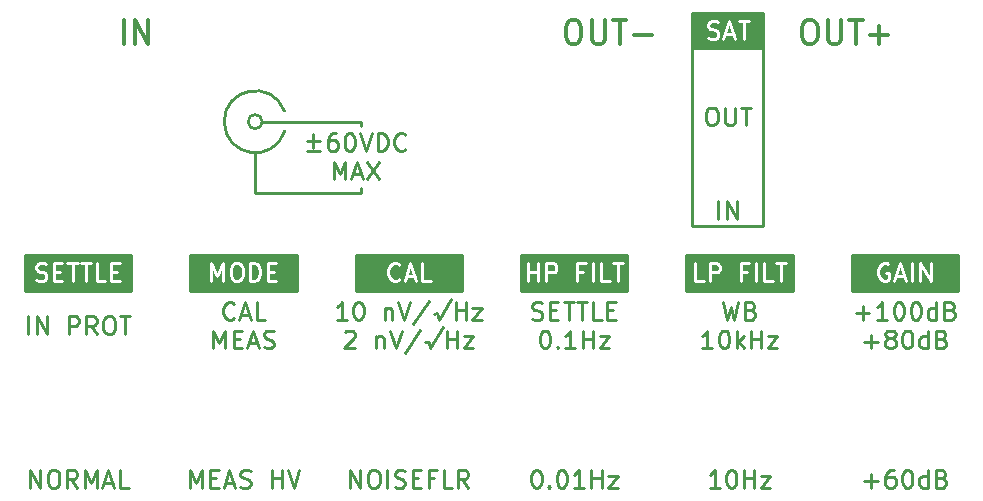
<source format=gto>
%TF.GenerationSoftware,KiCad,Pcbnew,(6.0.11)*%
%TF.CreationDate,2023-08-12T14:35:41-04:00*%
%TF.ProjectId,FP_Rev_21,46505f52-6576-45f3-9231-2e6b69636164,rev?*%
%TF.SameCoordinates,Original*%
%TF.FileFunction,Legend,Top*%
%TF.FilePolarity,Positive*%
%FSLAX46Y46*%
G04 Gerber Fmt 4.6, Leading zero omitted, Abs format (unit mm)*
G04 Created by KiCad (PCBNEW (6.0.11)) date 2023-08-12 14:35:41*
%MOMM*%
%LPD*%
G01*
G04 APERTURE LIST*
%ADD10C,0.250000*%
%ADD11C,0.300000*%
%ADD12C,3.000000*%
%ADD13C,7.500000*%
%ADD14C,5.000000*%
%ADD15C,8.000000*%
%ADD16C,0.250000*%
%ADD17C,0.250000*%
%ADD18C,0.250000*%
G04 APERTURE END LIST*
%LPD*%
%LPD*%
%LPD*%
D10*
X173000000Y-61000000D02*
X173000000Y-46000000D01*
X167000000Y-61000000D02*
X173000000Y-61000000D01*
X167000000Y-46000000D02*
X167000000Y-61000000D01*
X167000000Y-43000000D02*
X173000000Y-43000000D01*
X173000000Y-43000000D02*
X173000000Y-46000000D01*
X173000000Y-46000000D02*
X167000000Y-46000000D01*
X167000000Y-46000000D02*
X167000000Y-43000000D01*
G36*
X167000000Y-43000000D02*
G01*
X173000000Y-43000000D01*
X173000000Y-46000000D01*
X167000000Y-46000000D01*
X167000000Y-43000000D01*
G37*
X168500000Y-51008571D02*
X168785714Y-51008571D01*
X168928571Y-51080000D01*
X169071428Y-51222857D01*
X169142857Y-51508571D01*
X169142857Y-52008571D01*
X169071428Y-52294285D01*
X168928571Y-52437142D01*
X168785714Y-52508571D01*
X168500000Y-52508571D01*
X168357142Y-52437142D01*
X168214285Y-52294285D01*
X168142857Y-52008571D01*
X168142857Y-51508571D01*
X168214285Y-51222857D01*
X168357142Y-51080000D01*
X168500000Y-51008571D01*
X169785714Y-51008571D02*
X169785714Y-52222857D01*
X169857142Y-52365714D01*
X169928571Y-52437142D01*
X170071428Y-52508571D01*
X170357142Y-52508571D01*
X170500000Y-52437142D01*
X170571428Y-52365714D01*
X170642857Y-52222857D01*
X170642857Y-51008571D01*
X171142857Y-51008571D02*
X172000000Y-51008571D01*
X171571428Y-52508571D02*
X171571428Y-51008571D01*
X169214285Y-60448571D02*
X169214285Y-58948571D01*
X169928571Y-60448571D02*
X169928571Y-58948571D01*
X170785714Y-60448571D01*
X170785714Y-58948571D01*
X130000000Y-58200000D02*
X139000000Y-58200000D01*
X132469717Y-51310902D02*
G75*
G03*
X132499999Y-53000000I-2469717J-889098D01*
G01*
X166500000Y-63500000D02*
X175500000Y-63500000D01*
X175500000Y-63500000D02*
X175500000Y-66500000D01*
X175500000Y-66500000D02*
X166500000Y-66500000D01*
X166500000Y-66500000D02*
X166500000Y-63500000D01*
G36*
X166500000Y-63500000D02*
G01*
X175500000Y-63500000D01*
X175500000Y-66500000D01*
X166500000Y-66500000D01*
X166500000Y-63500000D01*
G37*
X124500000Y-63500000D02*
X133500000Y-63500000D01*
X133500000Y-63500000D02*
X133500000Y-66500000D01*
X133500000Y-66500000D02*
X124500000Y-66500000D01*
X124500000Y-66500000D02*
X124500000Y-63500000D01*
G36*
X124500000Y-63500000D02*
G01*
X133500000Y-63500000D01*
X133500000Y-66500000D01*
X124500000Y-66500000D01*
X124500000Y-63500000D01*
G37*
X110500000Y-63500000D02*
X119500000Y-63500000D01*
X119500000Y-63500000D02*
X119500000Y-66500000D01*
X119500000Y-66500000D02*
X110500000Y-66500000D01*
X110500000Y-66500000D02*
X110500000Y-63500000D01*
G36*
X110500000Y-63500000D02*
G01*
X119500000Y-63500000D01*
X119500000Y-66500000D01*
X110500000Y-66500000D01*
X110500000Y-63500000D01*
G37*
X139000000Y-58200000D02*
X139000000Y-57800000D01*
X130600000Y-52200000D02*
G75*
G03*
X130600000Y-52200000I-600000J0D01*
G01*
X130000000Y-54900000D02*
X130000000Y-58200000D01*
X180500000Y-63500000D02*
X189500000Y-63500000D01*
X189500000Y-63500000D02*
X189500000Y-66500000D01*
X189500000Y-66500000D02*
X180500000Y-66500000D01*
X180500000Y-66500000D02*
X180500000Y-63500000D01*
G36*
X180500000Y-63500000D02*
G01*
X189500000Y-63500000D01*
X189500000Y-66500000D01*
X180500000Y-66500000D01*
X180500000Y-63500000D01*
G37*
X138500000Y-63500000D02*
X147500000Y-63500000D01*
X147500000Y-63500000D02*
X147500000Y-66500000D01*
X147500000Y-66500000D02*
X138500000Y-66500000D01*
X138500000Y-66500000D02*
X138500000Y-63500000D01*
G36*
X138500000Y-63500000D02*
G01*
X147500000Y-63500000D01*
X147500000Y-66500000D01*
X138500000Y-66500000D01*
X138500000Y-63500000D01*
G37*
X130600000Y-52200000D02*
X139000000Y-52200000D01*
X152500000Y-63500000D02*
X161500000Y-63500000D01*
X161500000Y-63500000D02*
X161500000Y-66500000D01*
X161500000Y-66500000D02*
X152500000Y-66500000D01*
X152500000Y-66500000D02*
X152500000Y-63500000D01*
G36*
X152500000Y-63500000D02*
G01*
X161500000Y-63500000D01*
X161500000Y-66500000D01*
X152500000Y-66500000D01*
X152500000Y-63500000D01*
G37*
X139000000Y-52200000D02*
X139000000Y-52600000D01*
X138035714Y-83178571D02*
X138035714Y-81678571D01*
X138892857Y-83178571D01*
X138892857Y-81678571D01*
X139892857Y-81678571D02*
X140178571Y-81678571D01*
X140321428Y-81750000D01*
X140464285Y-81892857D01*
X140535714Y-82178571D01*
X140535714Y-82678571D01*
X140464285Y-82964285D01*
X140321428Y-83107142D01*
X140178571Y-83178571D01*
X139892857Y-83178571D01*
X139750000Y-83107142D01*
X139607142Y-82964285D01*
X139535714Y-82678571D01*
X139535714Y-82178571D01*
X139607142Y-81892857D01*
X139750000Y-81750000D01*
X139892857Y-81678571D01*
X141178571Y-83178571D02*
X141178571Y-81678571D01*
X141821428Y-83107142D02*
X142035714Y-83178571D01*
X142392857Y-83178571D01*
X142535714Y-83107142D01*
X142607142Y-83035714D01*
X142678571Y-82892857D01*
X142678571Y-82750000D01*
X142607142Y-82607142D01*
X142535714Y-82535714D01*
X142392857Y-82464285D01*
X142107142Y-82392857D01*
X141964285Y-82321428D01*
X141892857Y-82250000D01*
X141821428Y-82107142D01*
X141821428Y-81964285D01*
X141892857Y-81821428D01*
X141964285Y-81750000D01*
X142107142Y-81678571D01*
X142464285Y-81678571D01*
X142678571Y-81750000D01*
X143321428Y-82392857D02*
X143821428Y-82392857D01*
X144035714Y-83178571D02*
X143321428Y-83178571D01*
X143321428Y-81678571D01*
X144035714Y-81678571D01*
X145178571Y-82392857D02*
X144678571Y-82392857D01*
X144678571Y-83178571D02*
X144678571Y-81678571D01*
X145392857Y-81678571D01*
X146678571Y-83178571D02*
X145964285Y-83178571D01*
X145964285Y-81678571D01*
X148035714Y-83178571D02*
X147535714Y-82464285D01*
X147178571Y-83178571D02*
X147178571Y-81678571D01*
X147750000Y-81678571D01*
X147892857Y-81750000D01*
X147964285Y-81821428D01*
X148035714Y-81964285D01*
X148035714Y-82178571D01*
X147964285Y-82321428D01*
X147892857Y-82392857D01*
X147750000Y-82464285D01*
X147178571Y-82464285D01*
X169607142Y-67471071D02*
X169964285Y-68971071D01*
X170250000Y-67899642D01*
X170535714Y-68971071D01*
X170892857Y-67471071D01*
X171964285Y-68185357D02*
X172178571Y-68256785D01*
X172250000Y-68328214D01*
X172321428Y-68471071D01*
X172321428Y-68685357D01*
X172250000Y-68828214D01*
X172178571Y-68899642D01*
X172035714Y-68971071D01*
X171464285Y-68971071D01*
X171464285Y-67471071D01*
X171964285Y-67471071D01*
X172107142Y-67542500D01*
X172178571Y-67613928D01*
X172250000Y-67756785D01*
X172250000Y-67899642D01*
X172178571Y-68042500D01*
X172107142Y-68113928D01*
X171964285Y-68185357D01*
X171464285Y-68185357D01*
X168714285Y-71386071D02*
X167857142Y-71386071D01*
X168285714Y-71386071D02*
X168285714Y-69886071D01*
X168142857Y-70100357D01*
X168000000Y-70243214D01*
X167857142Y-70314642D01*
X169642857Y-69886071D02*
X169785714Y-69886071D01*
X169928571Y-69957500D01*
X170000000Y-70028928D01*
X170071428Y-70171785D01*
X170142857Y-70457500D01*
X170142857Y-70814642D01*
X170071428Y-71100357D01*
X170000000Y-71243214D01*
X169928571Y-71314642D01*
X169785714Y-71386071D01*
X169642857Y-71386071D01*
X169500000Y-71314642D01*
X169428571Y-71243214D01*
X169357142Y-71100357D01*
X169285714Y-70814642D01*
X169285714Y-70457500D01*
X169357142Y-70171785D01*
X169428571Y-70028928D01*
X169500000Y-69957500D01*
X169642857Y-69886071D01*
X170785714Y-71386071D02*
X170785714Y-69886071D01*
X170928571Y-70814642D02*
X171357142Y-71386071D01*
X171357142Y-70386071D02*
X170785714Y-70957500D01*
X172000000Y-71386071D02*
X172000000Y-69886071D01*
X172000000Y-70600357D02*
X172857142Y-70600357D01*
X172857142Y-71386071D02*
X172857142Y-69886071D01*
X173428571Y-70386071D02*
X174214285Y-70386071D01*
X173428571Y-71386071D01*
X174214285Y-71386071D01*
X110928571Y-83178571D02*
X110928571Y-81678571D01*
X111785714Y-83178571D01*
X111785714Y-81678571D01*
X112785714Y-81678571D02*
X113071428Y-81678571D01*
X113214285Y-81750000D01*
X113357142Y-81892857D01*
X113428571Y-82178571D01*
X113428571Y-82678571D01*
X113357142Y-82964285D01*
X113214285Y-83107142D01*
X113071428Y-83178571D01*
X112785714Y-83178571D01*
X112642857Y-83107142D01*
X112500000Y-82964285D01*
X112428571Y-82678571D01*
X112428571Y-82178571D01*
X112500000Y-81892857D01*
X112642857Y-81750000D01*
X112785714Y-81678571D01*
X114928571Y-83178571D02*
X114428571Y-82464285D01*
X114071428Y-83178571D02*
X114071428Y-81678571D01*
X114642857Y-81678571D01*
X114785714Y-81750000D01*
X114857142Y-81821428D01*
X114928571Y-81964285D01*
X114928571Y-82178571D01*
X114857142Y-82321428D01*
X114785714Y-82392857D01*
X114642857Y-82464285D01*
X114071428Y-82464285D01*
X115571428Y-83178571D02*
X115571428Y-81678571D01*
X116071428Y-82750000D01*
X116571428Y-81678571D01*
X116571428Y-83178571D01*
X117214285Y-82750000D02*
X117928571Y-82750000D01*
X117071428Y-83178571D02*
X117571428Y-81678571D01*
X118071428Y-83178571D01*
X119285714Y-83178571D02*
X118571428Y-83178571D01*
X118571428Y-81678571D01*
X153464285Y-68899642D02*
X153678571Y-68971071D01*
X154035714Y-68971071D01*
X154178571Y-68899642D01*
X154250000Y-68828214D01*
X154321428Y-68685357D01*
X154321428Y-68542500D01*
X154250000Y-68399642D01*
X154178571Y-68328214D01*
X154035714Y-68256785D01*
X153750000Y-68185357D01*
X153607142Y-68113928D01*
X153535714Y-68042500D01*
X153464285Y-67899642D01*
X153464285Y-67756785D01*
X153535714Y-67613928D01*
X153607142Y-67542500D01*
X153750000Y-67471071D01*
X154107142Y-67471071D01*
X154321428Y-67542500D01*
X154964285Y-68185357D02*
X155464285Y-68185357D01*
X155678571Y-68971071D02*
X154964285Y-68971071D01*
X154964285Y-67471071D01*
X155678571Y-67471071D01*
X156107142Y-67471071D02*
X156964285Y-67471071D01*
X156535714Y-68971071D02*
X156535714Y-67471071D01*
X157250000Y-67471071D02*
X158107142Y-67471071D01*
X157678571Y-68971071D02*
X157678571Y-67471071D01*
X159321428Y-68971071D02*
X158607142Y-68971071D01*
X158607142Y-67471071D01*
X159821428Y-68185357D02*
X160321428Y-68185357D01*
X160535714Y-68971071D02*
X159821428Y-68971071D01*
X159821428Y-67471071D01*
X160535714Y-67471071D01*
X154464285Y-69886071D02*
X154607142Y-69886071D01*
X154750000Y-69957500D01*
X154821428Y-70028928D01*
X154892857Y-70171785D01*
X154964285Y-70457500D01*
X154964285Y-70814642D01*
X154892857Y-71100357D01*
X154821428Y-71243214D01*
X154750000Y-71314642D01*
X154607142Y-71386071D01*
X154464285Y-71386071D01*
X154321428Y-71314642D01*
X154250000Y-71243214D01*
X154178571Y-71100357D01*
X154107142Y-70814642D01*
X154107142Y-70457500D01*
X154178571Y-70171785D01*
X154250000Y-70028928D01*
X154321428Y-69957500D01*
X154464285Y-69886071D01*
X155607142Y-71243214D02*
X155678571Y-71314642D01*
X155607142Y-71386071D01*
X155535714Y-71314642D01*
X155607142Y-71243214D01*
X155607142Y-71386071D01*
X157107142Y-71386071D02*
X156250000Y-71386071D01*
X156678571Y-71386071D02*
X156678571Y-69886071D01*
X156535714Y-70100357D01*
X156392857Y-70243214D01*
X156250000Y-70314642D01*
X157750000Y-71386071D02*
X157750000Y-69886071D01*
X157750000Y-70600357D02*
X158607142Y-70600357D01*
X158607142Y-71386071D02*
X158607142Y-69886071D01*
X159178571Y-70386071D02*
X159964285Y-70386071D01*
X159178571Y-71386071D01*
X159964285Y-71386071D01*
X153750000Y-81678571D02*
X153892857Y-81678571D01*
X154035714Y-81750000D01*
X154107142Y-81821428D01*
X154178571Y-81964285D01*
X154250000Y-82250000D01*
X154250000Y-82607142D01*
X154178571Y-82892857D01*
X154107142Y-83035714D01*
X154035714Y-83107142D01*
X153892857Y-83178571D01*
X153750000Y-83178571D01*
X153607142Y-83107142D01*
X153535714Y-83035714D01*
X153464285Y-82892857D01*
X153392857Y-82607142D01*
X153392857Y-82250000D01*
X153464285Y-81964285D01*
X153535714Y-81821428D01*
X153607142Y-81750000D01*
X153750000Y-81678571D01*
X154892857Y-83035714D02*
X154964285Y-83107142D01*
X154892857Y-83178571D01*
X154821428Y-83107142D01*
X154892857Y-83035714D01*
X154892857Y-83178571D01*
X155892857Y-81678571D02*
X156035714Y-81678571D01*
X156178571Y-81750000D01*
X156250000Y-81821428D01*
X156321428Y-81964285D01*
X156392857Y-82250000D01*
X156392857Y-82607142D01*
X156321428Y-82892857D01*
X156250000Y-83035714D01*
X156178571Y-83107142D01*
X156035714Y-83178571D01*
X155892857Y-83178571D01*
X155750000Y-83107142D01*
X155678571Y-83035714D01*
X155607142Y-82892857D01*
X155535714Y-82607142D01*
X155535714Y-82250000D01*
X155607142Y-81964285D01*
X155678571Y-81821428D01*
X155750000Y-81750000D01*
X155892857Y-81678571D01*
X157821428Y-83178571D02*
X156964285Y-83178571D01*
X157392857Y-83178571D02*
X157392857Y-81678571D01*
X157250000Y-81892857D01*
X157107142Y-82035714D01*
X156964285Y-82107142D01*
X158464285Y-83178571D02*
X158464285Y-81678571D01*
X158464285Y-82392857D02*
X159321428Y-82392857D01*
X159321428Y-83178571D02*
X159321428Y-81678571D01*
X159892857Y-82178571D02*
X160678571Y-82178571D01*
X159892857Y-83178571D01*
X160678571Y-83178571D01*
X110785714Y-70178571D02*
X110785714Y-68678571D01*
X111500000Y-70178571D02*
X111500000Y-68678571D01*
X112357142Y-70178571D01*
X112357142Y-68678571D01*
X114214285Y-70178571D02*
X114214285Y-68678571D01*
X114785714Y-68678571D01*
X114928571Y-68750000D01*
X115000000Y-68821428D01*
X115071428Y-68964285D01*
X115071428Y-69178571D01*
X115000000Y-69321428D01*
X114928571Y-69392857D01*
X114785714Y-69464285D01*
X114214285Y-69464285D01*
X116571428Y-70178571D02*
X116071428Y-69464285D01*
X115714285Y-70178571D02*
X115714285Y-68678571D01*
X116285714Y-68678571D01*
X116428571Y-68750000D01*
X116500000Y-68821428D01*
X116571428Y-68964285D01*
X116571428Y-69178571D01*
X116500000Y-69321428D01*
X116428571Y-69392857D01*
X116285714Y-69464285D01*
X115714285Y-69464285D01*
X117500000Y-68678571D02*
X117785714Y-68678571D01*
X117928571Y-68750000D01*
X118071428Y-68892857D01*
X118142857Y-69178571D01*
X118142857Y-69678571D01*
X118071428Y-69964285D01*
X117928571Y-70107142D01*
X117785714Y-70178571D01*
X117500000Y-70178571D01*
X117357142Y-70107142D01*
X117214285Y-69964285D01*
X117142857Y-69678571D01*
X117142857Y-69178571D01*
X117214285Y-68892857D01*
X117357142Y-68750000D01*
X117500000Y-68678571D01*
X118571428Y-68678571D02*
X119428571Y-68678571D01*
X119000000Y-70178571D02*
X119000000Y-68678571D01*
X169321428Y-83178571D02*
X168464285Y-83178571D01*
X168892857Y-83178571D02*
X168892857Y-81678571D01*
X168750000Y-81892857D01*
X168607142Y-82035714D01*
X168464285Y-82107142D01*
X170250000Y-81678571D02*
X170392857Y-81678571D01*
X170535714Y-81750000D01*
X170607142Y-81821428D01*
X170678571Y-81964285D01*
X170750000Y-82250000D01*
X170750000Y-82607142D01*
X170678571Y-82892857D01*
X170607142Y-83035714D01*
X170535714Y-83107142D01*
X170392857Y-83178571D01*
X170250000Y-83178571D01*
X170107142Y-83107142D01*
X170035714Y-83035714D01*
X169964285Y-82892857D01*
X169892857Y-82607142D01*
X169892857Y-82250000D01*
X169964285Y-81964285D01*
X170035714Y-81821428D01*
X170107142Y-81750000D01*
X170250000Y-81678571D01*
X171392857Y-83178571D02*
X171392857Y-81678571D01*
X171392857Y-82392857D02*
X172250000Y-82392857D01*
X172250000Y-83178571D02*
X172250000Y-81678571D01*
X172821428Y-82178571D02*
X173607142Y-82178571D01*
X172821428Y-83178571D01*
X173607142Y-83178571D01*
D11*
X176761904Y-43604761D02*
X177142857Y-43604761D01*
X177333333Y-43700000D01*
X177523809Y-43890476D01*
X177619047Y-44271428D01*
X177619047Y-44938095D01*
X177523809Y-45319047D01*
X177333333Y-45509523D01*
X177142857Y-45604761D01*
X176761904Y-45604761D01*
X176571428Y-45509523D01*
X176380952Y-45319047D01*
X176285714Y-44938095D01*
X176285714Y-44271428D01*
X176380952Y-43890476D01*
X176571428Y-43700000D01*
X176761904Y-43604761D01*
X178476190Y-43604761D02*
X178476190Y-45223809D01*
X178571428Y-45414285D01*
X178666666Y-45509523D01*
X178857142Y-45604761D01*
X179238095Y-45604761D01*
X179428571Y-45509523D01*
X179523809Y-45414285D01*
X179619047Y-45223809D01*
X179619047Y-43604761D01*
X180285714Y-43604761D02*
X181428571Y-43604761D01*
X180857142Y-45604761D02*
X180857142Y-43604761D01*
X182095238Y-44842857D02*
X183619047Y-44842857D01*
X182857142Y-45604761D02*
X182857142Y-44080952D01*
X118852380Y-45604761D02*
X118852380Y-43604761D01*
X119804761Y-45604761D02*
X119804761Y-43604761D01*
X120947619Y-45604761D01*
X120947619Y-43604761D01*
X156761904Y-43604761D02*
X157142857Y-43604761D01*
X157333333Y-43700000D01*
X157523809Y-43890476D01*
X157619047Y-44271428D01*
X157619047Y-44938095D01*
X157523809Y-45319047D01*
X157333333Y-45509523D01*
X157142857Y-45604761D01*
X156761904Y-45604761D01*
X156571428Y-45509523D01*
X156380952Y-45319047D01*
X156285714Y-44938095D01*
X156285714Y-44271428D01*
X156380952Y-43890476D01*
X156571428Y-43700000D01*
X156761904Y-43604761D01*
X158476190Y-43604761D02*
X158476190Y-45223809D01*
X158571428Y-45414285D01*
X158666666Y-45509523D01*
X158857142Y-45604761D01*
X159238095Y-45604761D01*
X159428571Y-45509523D01*
X159523809Y-45414285D01*
X159619047Y-45223809D01*
X159619047Y-43604761D01*
X160285714Y-43604761D02*
X161428571Y-43604761D01*
X160857142Y-45604761D02*
X160857142Y-43604761D01*
X162095238Y-44842857D02*
X163619047Y-44842857D01*
D10*
X137750000Y-68971071D02*
X136892857Y-68971071D01*
X137321428Y-68971071D02*
X137321428Y-67471071D01*
X137178571Y-67685357D01*
X137035714Y-67828214D01*
X136892857Y-67899642D01*
X138678571Y-67471071D02*
X138821428Y-67471071D01*
X138964285Y-67542500D01*
X139035714Y-67613928D01*
X139107142Y-67756785D01*
X139178571Y-68042500D01*
X139178571Y-68399642D01*
X139107142Y-68685357D01*
X139035714Y-68828214D01*
X138964285Y-68899642D01*
X138821428Y-68971071D01*
X138678571Y-68971071D01*
X138535714Y-68899642D01*
X138464285Y-68828214D01*
X138392857Y-68685357D01*
X138321428Y-68399642D01*
X138321428Y-68042500D01*
X138392857Y-67756785D01*
X138464285Y-67613928D01*
X138535714Y-67542500D01*
X138678571Y-67471071D01*
X140964285Y-67971071D02*
X140964285Y-68971071D01*
X140964285Y-68113928D02*
X141035714Y-68042500D01*
X141178571Y-67971071D01*
X141392857Y-67971071D01*
X141535714Y-68042500D01*
X141607142Y-68185357D01*
X141607142Y-68971071D01*
X142107142Y-67471071D02*
X142607142Y-68971071D01*
X143107142Y-67471071D01*
X144678571Y-67399642D02*
X143392857Y-69328214D01*
X145107142Y-68471071D02*
X145392857Y-68399642D01*
X145535714Y-68971071D01*
X146607142Y-67185357D01*
X146964285Y-68971071D02*
X146964285Y-67471071D01*
X146964285Y-68185357D02*
X147821428Y-68185357D01*
X147821428Y-68971071D02*
X147821428Y-67471071D01*
X148392857Y-67971071D02*
X149178571Y-67971071D01*
X148392857Y-68971071D01*
X149178571Y-68971071D01*
X137607142Y-70028928D02*
X137678571Y-69957500D01*
X137821428Y-69886071D01*
X138178571Y-69886071D01*
X138321428Y-69957500D01*
X138392857Y-70028928D01*
X138464285Y-70171785D01*
X138464285Y-70314642D01*
X138392857Y-70528928D01*
X137535714Y-71386071D01*
X138464285Y-71386071D01*
X140250000Y-70386071D02*
X140250000Y-71386071D01*
X140250000Y-70528928D02*
X140321428Y-70457500D01*
X140464285Y-70386071D01*
X140678571Y-70386071D01*
X140821428Y-70457500D01*
X140892857Y-70600357D01*
X140892857Y-71386071D01*
X141392857Y-69886071D02*
X141892857Y-71386071D01*
X142392857Y-69886071D01*
X143964285Y-69814642D02*
X142678571Y-71743214D01*
X144392857Y-70886071D02*
X144678571Y-70814642D01*
X144821428Y-71386071D01*
X145892857Y-69600357D01*
X146250000Y-71386071D02*
X146250000Y-69886071D01*
X146250000Y-70600357D02*
X147107142Y-70600357D01*
X147107142Y-71386071D02*
X147107142Y-69886071D01*
X147678571Y-70386071D02*
X148464285Y-70386071D01*
X147678571Y-71386071D01*
X148464285Y-71386071D01*
X180857142Y-68399642D02*
X182000000Y-68399642D01*
X181428571Y-68971071D02*
X181428571Y-67828214D01*
X183500000Y-68971071D02*
X182642857Y-68971071D01*
X183071428Y-68971071D02*
X183071428Y-67471071D01*
X182928571Y-67685357D01*
X182785714Y-67828214D01*
X182642857Y-67899642D01*
X184428571Y-67471071D02*
X184571428Y-67471071D01*
X184714285Y-67542500D01*
X184785714Y-67613928D01*
X184857142Y-67756785D01*
X184928571Y-68042500D01*
X184928571Y-68399642D01*
X184857142Y-68685357D01*
X184785714Y-68828214D01*
X184714285Y-68899642D01*
X184571428Y-68971071D01*
X184428571Y-68971071D01*
X184285714Y-68899642D01*
X184214285Y-68828214D01*
X184142857Y-68685357D01*
X184071428Y-68399642D01*
X184071428Y-68042500D01*
X184142857Y-67756785D01*
X184214285Y-67613928D01*
X184285714Y-67542500D01*
X184428571Y-67471071D01*
X185857142Y-67471071D02*
X186000000Y-67471071D01*
X186142857Y-67542500D01*
X186214285Y-67613928D01*
X186285714Y-67756785D01*
X186357142Y-68042500D01*
X186357142Y-68399642D01*
X186285714Y-68685357D01*
X186214285Y-68828214D01*
X186142857Y-68899642D01*
X186000000Y-68971071D01*
X185857142Y-68971071D01*
X185714285Y-68899642D01*
X185642857Y-68828214D01*
X185571428Y-68685357D01*
X185500000Y-68399642D01*
X185500000Y-68042500D01*
X185571428Y-67756785D01*
X185642857Y-67613928D01*
X185714285Y-67542500D01*
X185857142Y-67471071D01*
X187642857Y-68971071D02*
X187642857Y-67471071D01*
X187642857Y-68899642D02*
X187500000Y-68971071D01*
X187214285Y-68971071D01*
X187071428Y-68899642D01*
X187000000Y-68828214D01*
X186928571Y-68685357D01*
X186928571Y-68256785D01*
X187000000Y-68113928D01*
X187071428Y-68042500D01*
X187214285Y-67971071D01*
X187500000Y-67971071D01*
X187642857Y-68042500D01*
X188857142Y-68185357D02*
X189071428Y-68256785D01*
X189142857Y-68328214D01*
X189214285Y-68471071D01*
X189214285Y-68685357D01*
X189142857Y-68828214D01*
X189071428Y-68899642D01*
X188928571Y-68971071D01*
X188357142Y-68971071D01*
X188357142Y-67471071D01*
X188857142Y-67471071D01*
X189000000Y-67542500D01*
X189071428Y-67613928D01*
X189142857Y-67756785D01*
X189142857Y-67899642D01*
X189071428Y-68042500D01*
X189000000Y-68113928D01*
X188857142Y-68185357D01*
X188357142Y-68185357D01*
X181571428Y-70814642D02*
X182714285Y-70814642D01*
X182142857Y-71386071D02*
X182142857Y-70243214D01*
X183642857Y-70528928D02*
X183500000Y-70457500D01*
X183428571Y-70386071D01*
X183357142Y-70243214D01*
X183357142Y-70171785D01*
X183428571Y-70028928D01*
X183500000Y-69957500D01*
X183642857Y-69886071D01*
X183928571Y-69886071D01*
X184071428Y-69957500D01*
X184142857Y-70028928D01*
X184214285Y-70171785D01*
X184214285Y-70243214D01*
X184142857Y-70386071D01*
X184071428Y-70457500D01*
X183928571Y-70528928D01*
X183642857Y-70528928D01*
X183500000Y-70600357D01*
X183428571Y-70671785D01*
X183357142Y-70814642D01*
X183357142Y-71100357D01*
X183428571Y-71243214D01*
X183500000Y-71314642D01*
X183642857Y-71386071D01*
X183928571Y-71386071D01*
X184071428Y-71314642D01*
X184142857Y-71243214D01*
X184214285Y-71100357D01*
X184214285Y-70814642D01*
X184142857Y-70671785D01*
X184071428Y-70600357D01*
X183928571Y-70528928D01*
X185142857Y-69886071D02*
X185285714Y-69886071D01*
X185428571Y-69957500D01*
X185500000Y-70028928D01*
X185571428Y-70171785D01*
X185642857Y-70457500D01*
X185642857Y-70814642D01*
X185571428Y-71100357D01*
X185500000Y-71243214D01*
X185428571Y-71314642D01*
X185285714Y-71386071D01*
X185142857Y-71386071D01*
X185000000Y-71314642D01*
X184928571Y-71243214D01*
X184857142Y-71100357D01*
X184785714Y-70814642D01*
X184785714Y-70457500D01*
X184857142Y-70171785D01*
X184928571Y-70028928D01*
X185000000Y-69957500D01*
X185142857Y-69886071D01*
X186928571Y-71386071D02*
X186928571Y-69886071D01*
X186928571Y-71314642D02*
X186785714Y-71386071D01*
X186500000Y-71386071D01*
X186357142Y-71314642D01*
X186285714Y-71243214D01*
X186214285Y-71100357D01*
X186214285Y-70671785D01*
X186285714Y-70528928D01*
X186357142Y-70457500D01*
X186500000Y-70386071D01*
X186785714Y-70386071D01*
X186928571Y-70457500D01*
X188142857Y-70600357D02*
X188357142Y-70671785D01*
X188428571Y-70743214D01*
X188500000Y-70886071D01*
X188500000Y-71100357D01*
X188428571Y-71243214D01*
X188357142Y-71314642D01*
X188214285Y-71386071D01*
X187642857Y-71386071D01*
X187642857Y-69886071D01*
X188142857Y-69886071D01*
X188285714Y-69957500D01*
X188357142Y-70028928D01*
X188428571Y-70171785D01*
X188428571Y-70314642D01*
X188357142Y-70457500D01*
X188285714Y-70528928D01*
X188142857Y-70600357D01*
X187642857Y-70600357D01*
X134357142Y-53813928D02*
X135500000Y-53813928D01*
X134928571Y-54385357D02*
X134928571Y-53242500D01*
X135500000Y-54671071D02*
X134357142Y-54671071D01*
X136857142Y-53171071D02*
X136571428Y-53171071D01*
X136428571Y-53242500D01*
X136357142Y-53313928D01*
X136214285Y-53528214D01*
X136142857Y-53813928D01*
X136142857Y-54385357D01*
X136214285Y-54528214D01*
X136285714Y-54599642D01*
X136428571Y-54671071D01*
X136714285Y-54671071D01*
X136857142Y-54599642D01*
X136928571Y-54528214D01*
X137000000Y-54385357D01*
X137000000Y-54028214D01*
X136928571Y-53885357D01*
X136857142Y-53813928D01*
X136714285Y-53742500D01*
X136428571Y-53742500D01*
X136285714Y-53813928D01*
X136214285Y-53885357D01*
X136142857Y-54028214D01*
X137928571Y-53171071D02*
X138071428Y-53171071D01*
X138214285Y-53242500D01*
X138285714Y-53313928D01*
X138357142Y-53456785D01*
X138428571Y-53742500D01*
X138428571Y-54099642D01*
X138357142Y-54385357D01*
X138285714Y-54528214D01*
X138214285Y-54599642D01*
X138071428Y-54671071D01*
X137928571Y-54671071D01*
X137785714Y-54599642D01*
X137714285Y-54528214D01*
X137642857Y-54385357D01*
X137571428Y-54099642D01*
X137571428Y-53742500D01*
X137642857Y-53456785D01*
X137714285Y-53313928D01*
X137785714Y-53242500D01*
X137928571Y-53171071D01*
X138857142Y-53171071D02*
X139357142Y-54671071D01*
X139857142Y-53171071D01*
X140357142Y-54671071D02*
X140357142Y-53171071D01*
X140714285Y-53171071D01*
X140928571Y-53242500D01*
X141071428Y-53385357D01*
X141142857Y-53528214D01*
X141214285Y-53813928D01*
X141214285Y-54028214D01*
X141142857Y-54313928D01*
X141071428Y-54456785D01*
X140928571Y-54599642D01*
X140714285Y-54671071D01*
X140357142Y-54671071D01*
X142714285Y-54528214D02*
X142642857Y-54599642D01*
X142428571Y-54671071D01*
X142285714Y-54671071D01*
X142071428Y-54599642D01*
X141928571Y-54456785D01*
X141857142Y-54313928D01*
X141785714Y-54028214D01*
X141785714Y-53813928D01*
X141857142Y-53528214D01*
X141928571Y-53385357D01*
X142071428Y-53242500D01*
X142285714Y-53171071D01*
X142428571Y-53171071D01*
X142642857Y-53242500D01*
X142714285Y-53313928D01*
X136642857Y-57086071D02*
X136642857Y-55586071D01*
X137142857Y-56657500D01*
X137642857Y-55586071D01*
X137642857Y-57086071D01*
X138285714Y-56657500D02*
X139000000Y-56657500D01*
X138142857Y-57086071D02*
X138642857Y-55586071D01*
X139142857Y-57086071D01*
X139500000Y-55586071D02*
X140500000Y-57086071D01*
X140500000Y-55586071D02*
X139500000Y-57086071D01*
X128214285Y-68828214D02*
X128142857Y-68899642D01*
X127928571Y-68971071D01*
X127785714Y-68971071D01*
X127571428Y-68899642D01*
X127428571Y-68756785D01*
X127357142Y-68613928D01*
X127285714Y-68328214D01*
X127285714Y-68113928D01*
X127357142Y-67828214D01*
X127428571Y-67685357D01*
X127571428Y-67542500D01*
X127785714Y-67471071D01*
X127928571Y-67471071D01*
X128142857Y-67542500D01*
X128214285Y-67613928D01*
X128785714Y-68542500D02*
X129500000Y-68542500D01*
X128642857Y-68971071D02*
X129142857Y-67471071D01*
X129642857Y-68971071D01*
X130857142Y-68971071D02*
X130142857Y-68971071D01*
X130142857Y-67471071D01*
X126464285Y-71386071D02*
X126464285Y-69886071D01*
X126964285Y-70957500D01*
X127464285Y-69886071D01*
X127464285Y-71386071D01*
X128178571Y-70600357D02*
X128678571Y-70600357D01*
X128892857Y-71386071D02*
X128178571Y-71386071D01*
X128178571Y-69886071D01*
X128892857Y-69886071D01*
X129464285Y-70957500D02*
X130178571Y-70957500D01*
X129321428Y-71386071D02*
X129821428Y-69886071D01*
X130321428Y-71386071D01*
X130750000Y-71314642D02*
X130964285Y-71386071D01*
X131321428Y-71386071D01*
X131464285Y-71314642D01*
X131535714Y-71243214D01*
X131607142Y-71100357D01*
X131607142Y-70957500D01*
X131535714Y-70814642D01*
X131464285Y-70743214D01*
X131321428Y-70671785D01*
X131035714Y-70600357D01*
X130892857Y-70528928D01*
X130821428Y-70457500D01*
X130750000Y-70314642D01*
X130750000Y-70171785D01*
X130821428Y-70028928D01*
X130892857Y-69957500D01*
X131035714Y-69886071D01*
X131392857Y-69886071D01*
X131607142Y-69957500D01*
X124464285Y-83178571D02*
X124464285Y-81678571D01*
X124964285Y-82750000D01*
X125464285Y-81678571D01*
X125464285Y-83178571D01*
X126178571Y-82392857D02*
X126678571Y-82392857D01*
X126892857Y-83178571D02*
X126178571Y-83178571D01*
X126178571Y-81678571D01*
X126892857Y-81678571D01*
X127464285Y-82750000D02*
X128178571Y-82750000D01*
X127321428Y-83178571D02*
X127821428Y-81678571D01*
X128321428Y-83178571D01*
X128750000Y-83107142D02*
X128964285Y-83178571D01*
X129321428Y-83178571D01*
X129464285Y-83107142D01*
X129535714Y-83035714D01*
X129607142Y-82892857D01*
X129607142Y-82750000D01*
X129535714Y-82607142D01*
X129464285Y-82535714D01*
X129321428Y-82464285D01*
X129035714Y-82392857D01*
X128892857Y-82321428D01*
X128821428Y-82250000D01*
X128750000Y-82107142D01*
X128750000Y-81964285D01*
X128821428Y-81821428D01*
X128892857Y-81750000D01*
X129035714Y-81678571D01*
X129392857Y-81678571D01*
X129607142Y-81750000D01*
X131392857Y-83178571D02*
X131392857Y-81678571D01*
X131392857Y-82392857D02*
X132250000Y-82392857D01*
X132250000Y-83178571D02*
X132250000Y-81678571D01*
X132750000Y-81678571D02*
X133250000Y-83178571D01*
X133750000Y-81678571D01*
X181571428Y-82607142D02*
X182714285Y-82607142D01*
X182142857Y-83178571D02*
X182142857Y-82035714D01*
X184071428Y-81678571D02*
X183785714Y-81678571D01*
X183642857Y-81750000D01*
X183571428Y-81821428D01*
X183428571Y-82035714D01*
X183357142Y-82321428D01*
X183357142Y-82892857D01*
X183428571Y-83035714D01*
X183500000Y-83107142D01*
X183642857Y-83178571D01*
X183928571Y-83178571D01*
X184071428Y-83107142D01*
X184142857Y-83035714D01*
X184214285Y-82892857D01*
X184214285Y-82535714D01*
X184142857Y-82392857D01*
X184071428Y-82321428D01*
X183928571Y-82250000D01*
X183642857Y-82250000D01*
X183500000Y-82321428D01*
X183428571Y-82392857D01*
X183357142Y-82535714D01*
X185142857Y-81678571D02*
X185285714Y-81678571D01*
X185428571Y-81750000D01*
X185500000Y-81821428D01*
X185571428Y-81964285D01*
X185642857Y-82250000D01*
X185642857Y-82607142D01*
X185571428Y-82892857D01*
X185500000Y-83035714D01*
X185428571Y-83107142D01*
X185285714Y-83178571D01*
X185142857Y-83178571D01*
X185000000Y-83107142D01*
X184928571Y-83035714D01*
X184857142Y-82892857D01*
X184785714Y-82607142D01*
X184785714Y-82250000D01*
X184857142Y-81964285D01*
X184928571Y-81821428D01*
X185000000Y-81750000D01*
X185142857Y-81678571D01*
X186928571Y-83178571D02*
X186928571Y-81678571D01*
X186928571Y-83107142D02*
X186785714Y-83178571D01*
X186500000Y-83178571D01*
X186357142Y-83107142D01*
X186285714Y-83035714D01*
X186214285Y-82892857D01*
X186214285Y-82464285D01*
X186285714Y-82321428D01*
X186357142Y-82250000D01*
X186500000Y-82178571D01*
X186785714Y-82178571D01*
X186928571Y-82250000D01*
X188142857Y-82392857D02*
X188357142Y-82464285D01*
X188428571Y-82535714D01*
X188500000Y-82678571D01*
X188500000Y-82892857D01*
X188428571Y-83035714D01*
X188357142Y-83107142D01*
X188214285Y-83178571D01*
X187642857Y-83178571D01*
X187642857Y-81678571D01*
X188142857Y-81678571D01*
X188285714Y-81750000D01*
X188357142Y-81821428D01*
X188428571Y-81964285D01*
X188428571Y-82107142D01*
X188357142Y-82250000D01*
X188285714Y-82321428D01*
X188142857Y-82392857D01*
X187642857Y-82392857D01*
%LPC*%
D12*
%TO.C,H9*%
X170000000Y-56970000D03*
%TD*%
D13*
%TO.C,H14*%
X171000000Y-76500000D03*
%TD*%
D14*
%TO.C,H2*%
X101990000Y-82570000D03*
%TD*%
D15*
%TO.C,H7*%
X160000000Y-52200000D03*
%TD*%
D13*
%TO.C,H12*%
X143000000Y-76500000D03*
%TD*%
D12*
%TO.C,H8*%
X170000000Y-49030000D03*
%TD*%
D15*
%TO.C,H5*%
X120000000Y-52200000D03*
%TD*%
%TO.C,H6*%
X180000000Y-52200000D03*
%TD*%
D14*
%TO.C,H4*%
X198010000Y-37430000D03*
%TD*%
D13*
%TO.C,H15*%
X185000000Y-76500000D03*
%TD*%
%TO.C,H11*%
X129000000Y-76500000D03*
%TD*%
%TO.C,H13*%
X157000000Y-76500000D03*
%TD*%
%TO.C,H10*%
X115000000Y-76500000D03*
%TD*%
D14*
%TO.C,H3*%
X198010000Y-82570000D03*
%TD*%
%TO.C,H1*%
X101990000Y-37430000D03*
%TD*%
%LPD*%
D16*
X168357142Y-45107142D02*
X168571428Y-45178571D01*
X168928571Y-45178571D01*
X169071428Y-45107142D01*
X169142857Y-45035714D01*
X169214285Y-44892857D01*
X169214285Y-44750000D01*
X169142857Y-44607142D01*
X169071428Y-44535714D01*
X168928571Y-44464285D01*
X168642857Y-44392857D01*
X168500000Y-44321428D01*
X168428571Y-44250000D01*
X168357142Y-44107142D01*
X168357142Y-43964285D01*
X168428571Y-43821428D01*
X168500000Y-43750000D01*
X168642857Y-43678571D01*
X169000000Y-43678571D01*
X169214285Y-43750000D01*
X169785714Y-44750000D02*
X170500000Y-44750000D01*
X169642857Y-45178571D02*
X170142857Y-43678571D01*
X170642857Y-45178571D01*
X170928571Y-43678571D02*
X171785714Y-43678571D01*
X171357142Y-45178571D02*
X171357142Y-43678571D01*
X111464285Y-65607142D02*
X111678571Y-65678571D01*
X112035714Y-65678571D01*
X112178571Y-65607142D01*
X112250000Y-65535714D01*
X112321428Y-65392857D01*
X112321428Y-65250000D01*
X112250000Y-65107142D01*
X112178571Y-65035714D01*
X112035714Y-64964285D01*
X111750000Y-64892857D01*
X111607142Y-64821428D01*
X111535714Y-64750000D01*
X111464285Y-64607142D01*
X111464285Y-64464285D01*
X111535714Y-64321428D01*
X111607142Y-64250000D01*
X111750000Y-64178571D01*
X112107142Y-64178571D01*
X112321428Y-64250000D01*
X112964285Y-64892857D02*
X113464285Y-64892857D01*
X113678571Y-65678571D02*
X112964285Y-65678571D01*
X112964285Y-64178571D01*
X113678571Y-64178571D01*
X114107142Y-64178571D02*
X114964285Y-64178571D01*
X114535714Y-65678571D02*
X114535714Y-64178571D01*
X115250000Y-64178571D02*
X116107142Y-64178571D01*
X115678571Y-65678571D02*
X115678571Y-64178571D01*
X117321428Y-65678571D02*
X116607142Y-65678571D01*
X116607142Y-64178571D01*
X117821428Y-64892857D02*
X118321428Y-64892857D01*
X118535714Y-65678571D02*
X117821428Y-65678571D01*
X117821428Y-64178571D01*
X118535714Y-64178571D01*
X142214285Y-65535714D02*
X142142857Y-65607142D01*
X141928571Y-65678571D01*
X141785714Y-65678571D01*
X141571428Y-65607142D01*
X141428571Y-65464285D01*
X141357142Y-65321428D01*
X141285714Y-65035714D01*
X141285714Y-64821428D01*
X141357142Y-64535714D01*
X141428571Y-64392857D01*
X141571428Y-64250000D01*
X141785714Y-64178571D01*
X141928571Y-64178571D01*
X142142857Y-64250000D01*
X142214285Y-64321428D01*
X142785714Y-65250000D02*
X143500000Y-65250000D01*
X142642857Y-65678571D02*
X143142857Y-64178571D01*
X143642857Y-65678571D01*
X144857142Y-65678571D02*
X144142857Y-65678571D01*
X144142857Y-64178571D01*
X153071428Y-65678571D02*
X153071428Y-64178571D01*
X153071428Y-64892857D02*
X153928571Y-64892857D01*
X153928571Y-65678571D02*
X153928571Y-64178571D01*
X154642857Y-65678571D02*
X154642857Y-64178571D01*
X155214285Y-64178571D01*
X155357142Y-64250000D01*
X155428571Y-64321428D01*
X155500000Y-64464285D01*
X155500000Y-64678571D01*
X155428571Y-64821428D01*
X155357142Y-64892857D01*
X155214285Y-64964285D01*
X154642857Y-64964285D01*
X157785714Y-64892857D02*
X157285714Y-64892857D01*
X157285714Y-65678571D02*
X157285714Y-64178571D01*
X158000000Y-64178571D01*
X158571428Y-65678571D02*
X158571428Y-64178571D01*
X160000000Y-65678571D02*
X159285714Y-65678571D01*
X159285714Y-64178571D01*
X160285714Y-64178571D02*
X161142857Y-64178571D01*
X160714285Y-65678571D02*
X160714285Y-64178571D01*
X126285714Y-65678571D02*
X126285714Y-64178571D01*
X126785714Y-65250000D01*
X127285714Y-64178571D01*
X127285714Y-65678571D01*
X128285714Y-64178571D02*
X128571428Y-64178571D01*
X128714285Y-64250000D01*
X128857142Y-64392857D01*
X128928571Y-64678571D01*
X128928571Y-65178571D01*
X128857142Y-65464285D01*
X128714285Y-65607142D01*
X128571428Y-65678571D01*
X128285714Y-65678571D01*
X128142857Y-65607142D01*
X128000000Y-65464285D01*
X127928571Y-65178571D01*
X127928571Y-64678571D01*
X128000000Y-64392857D01*
X128142857Y-64250000D01*
X128285714Y-64178571D01*
X129571428Y-65678571D02*
X129571428Y-64178571D01*
X129928571Y-64178571D01*
X130142857Y-64250000D01*
X130285714Y-64392857D01*
X130357142Y-64535714D01*
X130428571Y-64821428D01*
X130428571Y-65035714D01*
X130357142Y-65321428D01*
X130285714Y-65464285D01*
X130142857Y-65607142D01*
X129928571Y-65678571D01*
X129571428Y-65678571D01*
X131071428Y-64892857D02*
X131571428Y-64892857D01*
X131785714Y-65678571D02*
X131071428Y-65678571D01*
X131071428Y-64178571D01*
X131785714Y-64178571D01*
X167964285Y-65678571D02*
X167250000Y-65678571D01*
X167250000Y-64178571D01*
X168464285Y-65678571D02*
X168464285Y-64178571D01*
X169035714Y-64178571D01*
X169178571Y-64250000D01*
X169250000Y-64321428D01*
X169321428Y-64464285D01*
X169321428Y-64678571D01*
X169250000Y-64821428D01*
X169178571Y-64892857D01*
X169035714Y-64964285D01*
X168464285Y-64964285D01*
X171607142Y-64892857D02*
X171107142Y-64892857D01*
X171107142Y-65678571D02*
X171107142Y-64178571D01*
X171821428Y-64178571D01*
X172392857Y-65678571D02*
X172392857Y-64178571D01*
X173821428Y-65678571D02*
X173107142Y-65678571D01*
X173107142Y-64178571D01*
X174107142Y-64178571D02*
X174964285Y-64178571D01*
X174535714Y-65678571D02*
X174535714Y-64178571D01*
X183607142Y-64250000D02*
X183464285Y-64178571D01*
X183250000Y-64178571D01*
X183035714Y-64250000D01*
X182892857Y-64392857D01*
X182821428Y-64535714D01*
X182750000Y-64821428D01*
X182750000Y-65035714D01*
X182821428Y-65321428D01*
X182892857Y-65464285D01*
X183035714Y-65607142D01*
X183250000Y-65678571D01*
X183392857Y-65678571D01*
X183607142Y-65607142D01*
X183678571Y-65535714D01*
X183678571Y-65035714D01*
X183392857Y-65035714D01*
X184250000Y-65250000D02*
X184964285Y-65250000D01*
X184107142Y-65678571D02*
X184607142Y-64178571D01*
X185107142Y-65678571D01*
X185607142Y-65678571D02*
X185607142Y-64178571D01*
X186321428Y-65678571D02*
X186321428Y-64178571D01*
X187178571Y-65678571D01*
X187178571Y-64178571D01*
%LPD*%
D17*
X168357142Y-45107142D02*
X168571428Y-45178571D01*
X168928571Y-45178571D01*
X169071428Y-45107142D01*
X169142857Y-45035714D01*
X169214285Y-44892857D01*
X169214285Y-44750000D01*
X169142857Y-44607142D01*
X169071428Y-44535714D01*
X168928571Y-44464285D01*
X168642857Y-44392857D01*
X168500000Y-44321428D01*
X168428571Y-44250000D01*
X168357142Y-44107142D01*
X168357142Y-43964285D01*
X168428571Y-43821428D01*
X168500000Y-43750000D01*
X168642857Y-43678571D01*
X169000000Y-43678571D01*
X169214285Y-43750000D01*
X169785714Y-44750000D02*
X170500000Y-44750000D01*
X169642857Y-45178571D02*
X170142857Y-43678571D01*
X170642857Y-45178571D01*
X170928571Y-43678571D02*
X171785714Y-43678571D01*
X171357142Y-45178571D02*
X171357142Y-43678571D01*
X111464285Y-65607142D02*
X111678571Y-65678571D01*
X112035714Y-65678571D01*
X112178571Y-65607142D01*
X112250000Y-65535714D01*
X112321428Y-65392857D01*
X112321428Y-65250000D01*
X112250000Y-65107142D01*
X112178571Y-65035714D01*
X112035714Y-64964285D01*
X111750000Y-64892857D01*
X111607142Y-64821428D01*
X111535714Y-64750000D01*
X111464285Y-64607142D01*
X111464285Y-64464285D01*
X111535714Y-64321428D01*
X111607142Y-64250000D01*
X111750000Y-64178571D01*
X112107142Y-64178571D01*
X112321428Y-64250000D01*
X112964285Y-64892857D02*
X113464285Y-64892857D01*
X113678571Y-65678571D02*
X112964285Y-65678571D01*
X112964285Y-64178571D01*
X113678571Y-64178571D01*
X114107142Y-64178571D02*
X114964285Y-64178571D01*
X114535714Y-65678571D02*
X114535714Y-64178571D01*
X115250000Y-64178571D02*
X116107142Y-64178571D01*
X115678571Y-65678571D02*
X115678571Y-64178571D01*
X117321428Y-65678571D02*
X116607142Y-65678571D01*
X116607142Y-64178571D01*
X117821428Y-64892857D02*
X118321428Y-64892857D01*
X118535714Y-65678571D02*
X117821428Y-65678571D01*
X117821428Y-64178571D01*
X118535714Y-64178571D01*
X142214285Y-65535714D02*
X142142857Y-65607142D01*
X141928571Y-65678571D01*
X141785714Y-65678571D01*
X141571428Y-65607142D01*
X141428571Y-65464285D01*
X141357142Y-65321428D01*
X141285714Y-65035714D01*
X141285714Y-64821428D01*
X141357142Y-64535714D01*
X141428571Y-64392857D01*
X141571428Y-64250000D01*
X141785714Y-64178571D01*
X141928571Y-64178571D01*
X142142857Y-64250000D01*
X142214285Y-64321428D01*
X142785714Y-65250000D02*
X143500000Y-65250000D01*
X142642857Y-65678571D02*
X143142857Y-64178571D01*
X143642857Y-65678571D01*
X144857142Y-65678571D02*
X144142857Y-65678571D01*
X144142857Y-64178571D01*
X153071428Y-65678571D02*
X153071428Y-64178571D01*
X153071428Y-64892857D02*
X153928571Y-64892857D01*
X153928571Y-65678571D02*
X153928571Y-64178571D01*
X154642857Y-65678571D02*
X154642857Y-64178571D01*
X155214285Y-64178571D01*
X155357142Y-64250000D01*
X155428571Y-64321428D01*
X155500000Y-64464285D01*
X155500000Y-64678571D01*
X155428571Y-64821428D01*
X155357142Y-64892857D01*
X155214285Y-64964285D01*
X154642857Y-64964285D01*
X157785714Y-64892857D02*
X157285714Y-64892857D01*
X157285714Y-65678571D02*
X157285714Y-64178571D01*
X158000000Y-64178571D01*
X158571428Y-65678571D02*
X158571428Y-64178571D01*
X160000000Y-65678571D02*
X159285714Y-65678571D01*
X159285714Y-64178571D01*
X160285714Y-64178571D02*
X161142857Y-64178571D01*
X160714285Y-65678571D02*
X160714285Y-64178571D01*
X126285714Y-65678571D02*
X126285714Y-64178571D01*
X126785714Y-65250000D01*
X127285714Y-64178571D01*
X127285714Y-65678571D01*
X128285714Y-64178571D02*
X128571428Y-64178571D01*
X128714285Y-64250000D01*
X128857142Y-64392857D01*
X128928571Y-64678571D01*
X128928571Y-65178571D01*
X128857142Y-65464285D01*
X128714285Y-65607142D01*
X128571428Y-65678571D01*
X128285714Y-65678571D01*
X128142857Y-65607142D01*
X128000000Y-65464285D01*
X127928571Y-65178571D01*
X127928571Y-64678571D01*
X128000000Y-64392857D01*
X128142857Y-64250000D01*
X128285714Y-64178571D01*
X129571428Y-65678571D02*
X129571428Y-64178571D01*
X129928571Y-64178571D01*
X130142857Y-64250000D01*
X130285714Y-64392857D01*
X130357142Y-64535714D01*
X130428571Y-64821428D01*
X130428571Y-65035714D01*
X130357142Y-65321428D01*
X130285714Y-65464285D01*
X130142857Y-65607142D01*
X129928571Y-65678571D01*
X129571428Y-65678571D01*
X131071428Y-64892857D02*
X131571428Y-64892857D01*
X131785714Y-65678571D02*
X131071428Y-65678571D01*
X131071428Y-64178571D01*
X131785714Y-64178571D01*
X167964285Y-65678571D02*
X167250000Y-65678571D01*
X167250000Y-64178571D01*
X168464285Y-65678571D02*
X168464285Y-64178571D01*
X169035714Y-64178571D01*
X169178571Y-64250000D01*
X169250000Y-64321428D01*
X169321428Y-64464285D01*
X169321428Y-64678571D01*
X169250000Y-64821428D01*
X169178571Y-64892857D01*
X169035714Y-64964285D01*
X168464285Y-64964285D01*
X171607142Y-64892857D02*
X171107142Y-64892857D01*
X171107142Y-65678571D02*
X171107142Y-64178571D01*
X171821428Y-64178571D01*
X172392857Y-65678571D02*
X172392857Y-64178571D01*
X173821428Y-65678571D02*
X173107142Y-65678571D01*
X173107142Y-64178571D01*
X174107142Y-64178571D02*
X174964285Y-64178571D01*
X174535714Y-65678571D02*
X174535714Y-64178571D01*
X183607142Y-64250000D02*
X183464285Y-64178571D01*
X183250000Y-64178571D01*
X183035714Y-64250000D01*
X182892857Y-64392857D01*
X182821428Y-64535714D01*
X182750000Y-64821428D01*
X182750000Y-65035714D01*
X182821428Y-65321428D01*
X182892857Y-65464285D01*
X183035714Y-65607142D01*
X183250000Y-65678571D01*
X183392857Y-65678571D01*
X183607142Y-65607142D01*
X183678571Y-65535714D01*
X183678571Y-65035714D01*
X183392857Y-65035714D01*
X184250000Y-65250000D02*
X184964285Y-65250000D01*
X184107142Y-65678571D02*
X184607142Y-64178571D01*
X185107142Y-65678571D01*
X185607142Y-65678571D02*
X185607142Y-64178571D01*
X186321428Y-65678571D02*
X186321428Y-64178571D01*
X187178571Y-65678571D01*
X187178571Y-64178571D01*
%LPC*%
D18*
X168357142Y-45107142D02*
X168571428Y-45178571D01*
X168928571Y-45178571D01*
X169071428Y-45107142D01*
X169142857Y-45035714D01*
X169214285Y-44892857D01*
X169214285Y-44750000D01*
X169142857Y-44607142D01*
X169071428Y-44535714D01*
X168928571Y-44464285D01*
X168642857Y-44392857D01*
X168500000Y-44321428D01*
X168428571Y-44250000D01*
X168357142Y-44107142D01*
X168357142Y-43964285D01*
X168428571Y-43821428D01*
X168500000Y-43750000D01*
X168642857Y-43678571D01*
X169000000Y-43678571D01*
X169214285Y-43750000D01*
X169785714Y-44750000D02*
X170500000Y-44750000D01*
X169642857Y-45178571D02*
X170142857Y-43678571D01*
X170642857Y-45178571D01*
X170928571Y-43678571D02*
X171785714Y-43678571D01*
X171357142Y-45178571D02*
X171357142Y-43678571D01*
X111464285Y-65607142D02*
X111678571Y-65678571D01*
X112035714Y-65678571D01*
X112178571Y-65607142D01*
X112250000Y-65535714D01*
X112321428Y-65392857D01*
X112321428Y-65250000D01*
X112250000Y-65107142D01*
X112178571Y-65035714D01*
X112035714Y-64964285D01*
X111750000Y-64892857D01*
X111607142Y-64821428D01*
X111535714Y-64750000D01*
X111464285Y-64607142D01*
X111464285Y-64464285D01*
X111535714Y-64321428D01*
X111607142Y-64250000D01*
X111750000Y-64178571D01*
X112107142Y-64178571D01*
X112321428Y-64250000D01*
X112964285Y-64892857D02*
X113464285Y-64892857D01*
X113678571Y-65678571D02*
X112964285Y-65678571D01*
X112964285Y-64178571D01*
X113678571Y-64178571D01*
X114107142Y-64178571D02*
X114964285Y-64178571D01*
X114535714Y-65678571D02*
X114535714Y-64178571D01*
X115250000Y-64178571D02*
X116107142Y-64178571D01*
X115678571Y-65678571D02*
X115678571Y-64178571D01*
X117321428Y-65678571D02*
X116607142Y-65678571D01*
X116607142Y-64178571D01*
X117821428Y-64892857D02*
X118321428Y-64892857D01*
X118535714Y-65678571D02*
X117821428Y-65678571D01*
X117821428Y-64178571D01*
X118535714Y-64178571D01*
X142214285Y-65535714D02*
X142142857Y-65607142D01*
X141928571Y-65678571D01*
X141785714Y-65678571D01*
X141571428Y-65607142D01*
X141428571Y-65464285D01*
X141357142Y-65321428D01*
X141285714Y-65035714D01*
X141285714Y-64821428D01*
X141357142Y-64535714D01*
X141428571Y-64392857D01*
X141571428Y-64250000D01*
X141785714Y-64178571D01*
X141928571Y-64178571D01*
X142142857Y-64250000D01*
X142214285Y-64321428D01*
X142785714Y-65250000D02*
X143500000Y-65250000D01*
X142642857Y-65678571D02*
X143142857Y-64178571D01*
X143642857Y-65678571D01*
X144857142Y-65678571D02*
X144142857Y-65678571D01*
X144142857Y-64178571D01*
X153071428Y-65678571D02*
X153071428Y-64178571D01*
X153071428Y-64892857D02*
X153928571Y-64892857D01*
X153928571Y-65678571D02*
X153928571Y-64178571D01*
X154642857Y-65678571D02*
X154642857Y-64178571D01*
X155214285Y-64178571D01*
X155357142Y-64250000D01*
X155428571Y-64321428D01*
X155500000Y-64464285D01*
X155500000Y-64678571D01*
X155428571Y-64821428D01*
X155357142Y-64892857D01*
X155214285Y-64964285D01*
X154642857Y-64964285D01*
X157785714Y-64892857D02*
X157285714Y-64892857D01*
X157285714Y-65678571D02*
X157285714Y-64178571D01*
X158000000Y-64178571D01*
X158571428Y-65678571D02*
X158571428Y-64178571D01*
X160000000Y-65678571D02*
X159285714Y-65678571D01*
X159285714Y-64178571D01*
X160285714Y-64178571D02*
X161142857Y-64178571D01*
X160714285Y-65678571D02*
X160714285Y-64178571D01*
X126285714Y-65678571D02*
X126285714Y-64178571D01*
X126785714Y-65250000D01*
X127285714Y-64178571D01*
X127285714Y-65678571D01*
X128285714Y-64178571D02*
X128571428Y-64178571D01*
X128714285Y-64250000D01*
X128857142Y-64392857D01*
X128928571Y-64678571D01*
X128928571Y-65178571D01*
X128857142Y-65464285D01*
X128714285Y-65607142D01*
X128571428Y-65678571D01*
X128285714Y-65678571D01*
X128142857Y-65607142D01*
X128000000Y-65464285D01*
X127928571Y-65178571D01*
X127928571Y-64678571D01*
X128000000Y-64392857D01*
X128142857Y-64250000D01*
X128285714Y-64178571D01*
X129571428Y-65678571D02*
X129571428Y-64178571D01*
X129928571Y-64178571D01*
X130142857Y-64250000D01*
X130285714Y-64392857D01*
X130357142Y-64535714D01*
X130428571Y-64821428D01*
X130428571Y-65035714D01*
X130357142Y-65321428D01*
X130285714Y-65464285D01*
X130142857Y-65607142D01*
X129928571Y-65678571D01*
X129571428Y-65678571D01*
X131071428Y-64892857D02*
X131571428Y-64892857D01*
X131785714Y-65678571D02*
X131071428Y-65678571D01*
X131071428Y-64178571D01*
X131785714Y-64178571D01*
X167964285Y-65678571D02*
X167250000Y-65678571D01*
X167250000Y-64178571D01*
X168464285Y-65678571D02*
X168464285Y-64178571D01*
X169035714Y-64178571D01*
X169178571Y-64250000D01*
X169250000Y-64321428D01*
X169321428Y-64464285D01*
X169321428Y-64678571D01*
X169250000Y-64821428D01*
X169178571Y-64892857D01*
X169035714Y-64964285D01*
X168464285Y-64964285D01*
X171607142Y-64892857D02*
X171107142Y-64892857D01*
X171107142Y-65678571D02*
X171107142Y-64178571D01*
X171821428Y-64178571D01*
X172392857Y-65678571D02*
X172392857Y-64178571D01*
X173821428Y-65678571D02*
X173107142Y-65678571D01*
X173107142Y-64178571D01*
X174107142Y-64178571D02*
X174964285Y-64178571D01*
X174535714Y-65678571D02*
X174535714Y-64178571D01*
X183607142Y-64250000D02*
X183464285Y-64178571D01*
X183250000Y-64178571D01*
X183035714Y-64250000D01*
X182892857Y-64392857D01*
X182821428Y-64535714D01*
X182750000Y-64821428D01*
X182750000Y-65035714D01*
X182821428Y-65321428D01*
X182892857Y-65464285D01*
X183035714Y-65607142D01*
X183250000Y-65678571D01*
X183392857Y-65678571D01*
X183607142Y-65607142D01*
X183678571Y-65535714D01*
X183678571Y-65035714D01*
X183392857Y-65035714D01*
X184250000Y-65250000D02*
X184964285Y-65250000D01*
X184107142Y-65678571D02*
X184607142Y-64178571D01*
X185107142Y-65678571D01*
X185607142Y-65678571D02*
X185607142Y-64178571D01*
X186321428Y-65678571D02*
X186321428Y-64178571D01*
X187178571Y-65678571D01*
X187178571Y-64178571D01*
M02*

</source>
